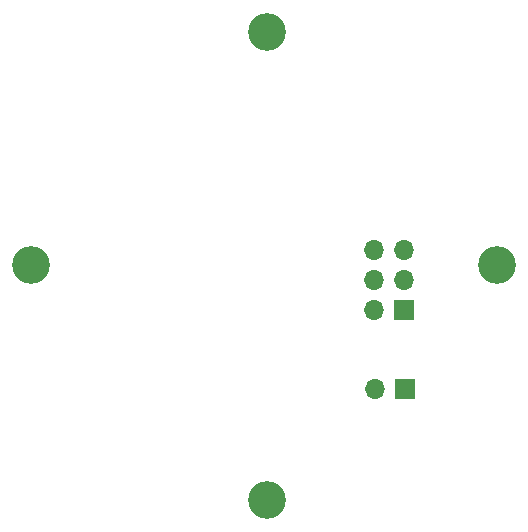
<source format=gbr>
G04 #@! TF.GenerationSoftware,KiCad,Pcbnew,(5.1.8-0-10_14)*
G04 #@! TF.CreationDate,2021-10-06T14:58:47+02:00*
G04 #@! TF.ProjectId,ATmega328P-Barebone,41546d65-6761-4333-9238-502d42617265,rev?*
G04 #@! TF.SameCoordinates,Original*
G04 #@! TF.FileFunction,Soldermask,Bot*
G04 #@! TF.FilePolarity,Negative*
%FSLAX46Y46*%
G04 Gerber Fmt 4.6, Leading zero omitted, Abs format (unit mm)*
G04 Created by KiCad (PCBNEW (5.1.8-0-10_14)) date 2021-10-06 14:58:47*
%MOMM*%
%LPD*%
G01*
G04 APERTURE LIST*
%ADD10O,1.700000X1.700000*%
%ADD11R,1.700000X1.700000*%
%ADD12C,3.200000*%
G04 APERTURE END LIST*
D10*
X165860000Y-70720000D03*
X168400000Y-70720000D03*
X165860000Y-73260000D03*
X168400000Y-73260000D03*
X165860000Y-75800000D03*
D11*
X168400000Y-75800000D03*
D12*
X136900000Y-72000000D03*
X176300000Y-72000000D03*
X156800000Y-52200000D03*
X156800000Y-91900000D03*
D10*
X165960000Y-82500000D03*
D11*
X168500000Y-82500000D03*
M02*

</source>
